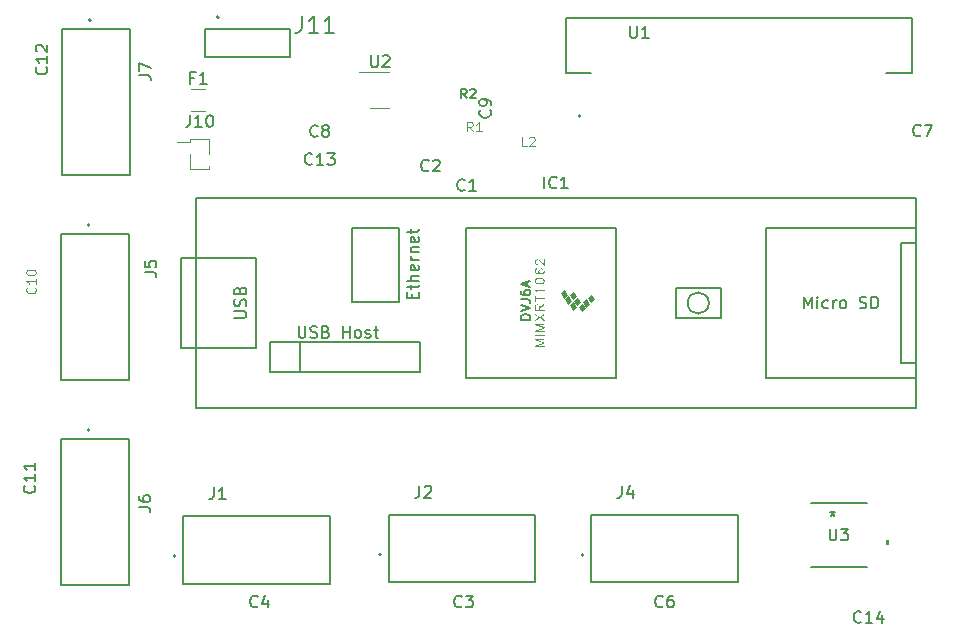
<source format=gbr>
%TF.GenerationSoftware,KiCad,Pcbnew,7.0.7*%
%TF.CreationDate,2024-02-01T19:36:20-05:00*%
%TF.ProjectId,500g Bot Design-2024-01-21,35303067-2042-46f7-9420-44657369676e,rev?*%
%TF.SameCoordinates,Original*%
%TF.FileFunction,Legend,Top*%
%TF.FilePolarity,Positive*%
%FSLAX46Y46*%
G04 Gerber Fmt 4.6, Leading zero omitted, Abs format (unit mm)*
G04 Created by KiCad (PCBNEW 7.0.7) date 2024-02-01 19:36:20*
%MOMM*%
%LPD*%
G01*
G04 APERTURE LIST*
%ADD10C,0.150000*%
%ADD11C,0.200000*%
%ADD12C,0.080000*%
%ADD13C,0.125000*%
%ADD14C,0.100000*%
%ADD15C,0.120000*%
%ADD16C,0.127000*%
%ADD17C,0.152400*%
G04 APERTURE END LIST*
D10*
X97503810Y-92824819D02*
X97503810Y-91824819D01*
X98551428Y-92729580D02*
X98503809Y-92777200D01*
X98503809Y-92777200D02*
X98360952Y-92824819D01*
X98360952Y-92824819D02*
X98265714Y-92824819D01*
X98265714Y-92824819D02*
X98122857Y-92777200D01*
X98122857Y-92777200D02*
X98027619Y-92681961D01*
X98027619Y-92681961D02*
X97980000Y-92586723D01*
X97980000Y-92586723D02*
X97932381Y-92396247D01*
X97932381Y-92396247D02*
X97932381Y-92253390D01*
X97932381Y-92253390D02*
X97980000Y-92062914D01*
X97980000Y-92062914D02*
X98027619Y-91967676D01*
X98027619Y-91967676D02*
X98122857Y-91872438D01*
X98122857Y-91872438D02*
X98265714Y-91824819D01*
X98265714Y-91824819D02*
X98360952Y-91824819D01*
X98360952Y-91824819D02*
X98503809Y-91872438D01*
X98503809Y-91872438D02*
X98551428Y-91920057D01*
X99503809Y-92824819D02*
X98932381Y-92824819D01*
X99218095Y-92824819D02*
X99218095Y-91824819D01*
X99218095Y-91824819D02*
X99122857Y-91967676D01*
X99122857Y-91967676D02*
X99027619Y-92062914D01*
X99027619Y-92062914D02*
X98932381Y-92110533D01*
X71264819Y-103791904D02*
X72074342Y-103791904D01*
X72074342Y-103791904D02*
X72169580Y-103744285D01*
X72169580Y-103744285D02*
X72217200Y-103696666D01*
X72217200Y-103696666D02*
X72264819Y-103601428D01*
X72264819Y-103601428D02*
X72264819Y-103410952D01*
X72264819Y-103410952D02*
X72217200Y-103315714D01*
X72217200Y-103315714D02*
X72169580Y-103268095D01*
X72169580Y-103268095D02*
X72074342Y-103220476D01*
X72074342Y-103220476D02*
X71264819Y-103220476D01*
X72217200Y-102791904D02*
X72264819Y-102649047D01*
X72264819Y-102649047D02*
X72264819Y-102410952D01*
X72264819Y-102410952D02*
X72217200Y-102315714D01*
X72217200Y-102315714D02*
X72169580Y-102268095D01*
X72169580Y-102268095D02*
X72074342Y-102220476D01*
X72074342Y-102220476D02*
X71979104Y-102220476D01*
X71979104Y-102220476D02*
X71883866Y-102268095D01*
X71883866Y-102268095D02*
X71836247Y-102315714D01*
X71836247Y-102315714D02*
X71788628Y-102410952D01*
X71788628Y-102410952D02*
X71741009Y-102601428D01*
X71741009Y-102601428D02*
X71693390Y-102696666D01*
X71693390Y-102696666D02*
X71645771Y-102744285D01*
X71645771Y-102744285D02*
X71550533Y-102791904D01*
X71550533Y-102791904D02*
X71455295Y-102791904D01*
X71455295Y-102791904D02*
X71360057Y-102744285D01*
X71360057Y-102744285D02*
X71312438Y-102696666D01*
X71312438Y-102696666D02*
X71264819Y-102601428D01*
X71264819Y-102601428D02*
X71264819Y-102363333D01*
X71264819Y-102363333D02*
X71312438Y-102220476D01*
X71741009Y-101458571D02*
X71788628Y-101315714D01*
X71788628Y-101315714D02*
X71836247Y-101268095D01*
X71836247Y-101268095D02*
X71931485Y-101220476D01*
X71931485Y-101220476D02*
X72074342Y-101220476D01*
X72074342Y-101220476D02*
X72169580Y-101268095D01*
X72169580Y-101268095D02*
X72217200Y-101315714D01*
X72217200Y-101315714D02*
X72264819Y-101410952D01*
X72264819Y-101410952D02*
X72264819Y-101791904D01*
X72264819Y-101791904D02*
X71264819Y-101791904D01*
X71264819Y-101791904D02*
X71264819Y-101458571D01*
X71264819Y-101458571D02*
X71312438Y-101363333D01*
X71312438Y-101363333D02*
X71360057Y-101315714D01*
X71360057Y-101315714D02*
X71455295Y-101268095D01*
X71455295Y-101268095D02*
X71550533Y-101268095D01*
X71550533Y-101268095D02*
X71645771Y-101315714D01*
X71645771Y-101315714D02*
X71693390Y-101363333D01*
X71693390Y-101363333D02*
X71741009Y-101458571D01*
X71741009Y-101458571D02*
X71741009Y-101791904D01*
X86346009Y-102110543D02*
X86346009Y-101777210D01*
X86869819Y-101634353D02*
X86869819Y-102110543D01*
X86869819Y-102110543D02*
X85869819Y-102110543D01*
X85869819Y-102110543D02*
X85869819Y-101634353D01*
X86203152Y-101348638D02*
X86203152Y-100967686D01*
X85869819Y-101205781D02*
X86726961Y-101205781D01*
X86726961Y-101205781D02*
X86822200Y-101158162D01*
X86822200Y-101158162D02*
X86869819Y-101062924D01*
X86869819Y-101062924D02*
X86869819Y-100967686D01*
X86869819Y-100634352D02*
X85869819Y-100634352D01*
X86869819Y-100205781D02*
X86346009Y-100205781D01*
X86346009Y-100205781D02*
X86250771Y-100253400D01*
X86250771Y-100253400D02*
X86203152Y-100348638D01*
X86203152Y-100348638D02*
X86203152Y-100491495D01*
X86203152Y-100491495D02*
X86250771Y-100586733D01*
X86250771Y-100586733D02*
X86298390Y-100634352D01*
X86822200Y-99348638D02*
X86869819Y-99443876D01*
X86869819Y-99443876D02*
X86869819Y-99634352D01*
X86869819Y-99634352D02*
X86822200Y-99729590D01*
X86822200Y-99729590D02*
X86726961Y-99777209D01*
X86726961Y-99777209D02*
X86346009Y-99777209D01*
X86346009Y-99777209D02*
X86250771Y-99729590D01*
X86250771Y-99729590D02*
X86203152Y-99634352D01*
X86203152Y-99634352D02*
X86203152Y-99443876D01*
X86203152Y-99443876D02*
X86250771Y-99348638D01*
X86250771Y-99348638D02*
X86346009Y-99301019D01*
X86346009Y-99301019D02*
X86441247Y-99301019D01*
X86441247Y-99301019D02*
X86536485Y-99777209D01*
X86869819Y-98872447D02*
X86203152Y-98872447D01*
X86393628Y-98872447D02*
X86298390Y-98824828D01*
X86298390Y-98824828D02*
X86250771Y-98777209D01*
X86250771Y-98777209D02*
X86203152Y-98681971D01*
X86203152Y-98681971D02*
X86203152Y-98586733D01*
X86203152Y-98253399D02*
X86869819Y-98253399D01*
X86298390Y-98253399D02*
X86250771Y-98205780D01*
X86250771Y-98205780D02*
X86203152Y-98110542D01*
X86203152Y-98110542D02*
X86203152Y-97967685D01*
X86203152Y-97967685D02*
X86250771Y-97872447D01*
X86250771Y-97872447D02*
X86346009Y-97824828D01*
X86346009Y-97824828D02*
X86869819Y-97824828D01*
X86822200Y-96967685D02*
X86869819Y-97062923D01*
X86869819Y-97062923D02*
X86869819Y-97253399D01*
X86869819Y-97253399D02*
X86822200Y-97348637D01*
X86822200Y-97348637D02*
X86726961Y-97396256D01*
X86726961Y-97396256D02*
X86346009Y-97396256D01*
X86346009Y-97396256D02*
X86250771Y-97348637D01*
X86250771Y-97348637D02*
X86203152Y-97253399D01*
X86203152Y-97253399D02*
X86203152Y-97062923D01*
X86203152Y-97062923D02*
X86250771Y-96967685D01*
X86250771Y-96967685D02*
X86346009Y-96920066D01*
X86346009Y-96920066D02*
X86441247Y-96920066D01*
X86441247Y-96920066D02*
X86536485Y-97396256D01*
X86203152Y-96634351D02*
X86203152Y-96253399D01*
X85869819Y-96491494D02*
X86726961Y-96491494D01*
X86726961Y-96491494D02*
X86822200Y-96443875D01*
X86822200Y-96443875D02*
X86869819Y-96348637D01*
X86869819Y-96348637D02*
X86869819Y-96253399D01*
X76704676Y-104474019D02*
X76704676Y-105283542D01*
X76704676Y-105283542D02*
X76752295Y-105378780D01*
X76752295Y-105378780D02*
X76799914Y-105426400D01*
X76799914Y-105426400D02*
X76895152Y-105474019D01*
X76895152Y-105474019D02*
X77085628Y-105474019D01*
X77085628Y-105474019D02*
X77180866Y-105426400D01*
X77180866Y-105426400D02*
X77228485Y-105378780D01*
X77228485Y-105378780D02*
X77276104Y-105283542D01*
X77276104Y-105283542D02*
X77276104Y-104474019D01*
X77704676Y-105426400D02*
X77847533Y-105474019D01*
X77847533Y-105474019D02*
X78085628Y-105474019D01*
X78085628Y-105474019D02*
X78180866Y-105426400D01*
X78180866Y-105426400D02*
X78228485Y-105378780D01*
X78228485Y-105378780D02*
X78276104Y-105283542D01*
X78276104Y-105283542D02*
X78276104Y-105188304D01*
X78276104Y-105188304D02*
X78228485Y-105093066D01*
X78228485Y-105093066D02*
X78180866Y-105045447D01*
X78180866Y-105045447D02*
X78085628Y-104997828D01*
X78085628Y-104997828D02*
X77895152Y-104950209D01*
X77895152Y-104950209D02*
X77799914Y-104902590D01*
X77799914Y-104902590D02*
X77752295Y-104854971D01*
X77752295Y-104854971D02*
X77704676Y-104759733D01*
X77704676Y-104759733D02*
X77704676Y-104664495D01*
X77704676Y-104664495D02*
X77752295Y-104569257D01*
X77752295Y-104569257D02*
X77799914Y-104521638D01*
X77799914Y-104521638D02*
X77895152Y-104474019D01*
X77895152Y-104474019D02*
X78133247Y-104474019D01*
X78133247Y-104474019D02*
X78276104Y-104521638D01*
X79038009Y-104950209D02*
X79180866Y-104997828D01*
X79180866Y-104997828D02*
X79228485Y-105045447D01*
X79228485Y-105045447D02*
X79276104Y-105140685D01*
X79276104Y-105140685D02*
X79276104Y-105283542D01*
X79276104Y-105283542D02*
X79228485Y-105378780D01*
X79228485Y-105378780D02*
X79180866Y-105426400D01*
X79180866Y-105426400D02*
X79085628Y-105474019D01*
X79085628Y-105474019D02*
X78704676Y-105474019D01*
X78704676Y-105474019D02*
X78704676Y-104474019D01*
X78704676Y-104474019D02*
X79038009Y-104474019D01*
X79038009Y-104474019D02*
X79133247Y-104521638D01*
X79133247Y-104521638D02*
X79180866Y-104569257D01*
X79180866Y-104569257D02*
X79228485Y-104664495D01*
X79228485Y-104664495D02*
X79228485Y-104759733D01*
X79228485Y-104759733D02*
X79180866Y-104854971D01*
X79180866Y-104854971D02*
X79133247Y-104902590D01*
X79133247Y-104902590D02*
X79038009Y-104950209D01*
X79038009Y-104950209D02*
X78704676Y-104950209D01*
X80466581Y-105474019D02*
X80466581Y-104474019D01*
X80466581Y-104950209D02*
X81038009Y-104950209D01*
X81038009Y-105474019D02*
X81038009Y-104474019D01*
X81657057Y-105474019D02*
X81561819Y-105426400D01*
X81561819Y-105426400D02*
X81514200Y-105378780D01*
X81514200Y-105378780D02*
X81466581Y-105283542D01*
X81466581Y-105283542D02*
X81466581Y-104997828D01*
X81466581Y-104997828D02*
X81514200Y-104902590D01*
X81514200Y-104902590D02*
X81561819Y-104854971D01*
X81561819Y-104854971D02*
X81657057Y-104807352D01*
X81657057Y-104807352D02*
X81799914Y-104807352D01*
X81799914Y-104807352D02*
X81895152Y-104854971D01*
X81895152Y-104854971D02*
X81942771Y-104902590D01*
X81942771Y-104902590D02*
X81990390Y-104997828D01*
X81990390Y-104997828D02*
X81990390Y-105283542D01*
X81990390Y-105283542D02*
X81942771Y-105378780D01*
X81942771Y-105378780D02*
X81895152Y-105426400D01*
X81895152Y-105426400D02*
X81799914Y-105474019D01*
X81799914Y-105474019D02*
X81657057Y-105474019D01*
X82371343Y-105426400D02*
X82466581Y-105474019D01*
X82466581Y-105474019D02*
X82657057Y-105474019D01*
X82657057Y-105474019D02*
X82752295Y-105426400D01*
X82752295Y-105426400D02*
X82799914Y-105331161D01*
X82799914Y-105331161D02*
X82799914Y-105283542D01*
X82799914Y-105283542D02*
X82752295Y-105188304D01*
X82752295Y-105188304D02*
X82657057Y-105140685D01*
X82657057Y-105140685D02*
X82514200Y-105140685D01*
X82514200Y-105140685D02*
X82418962Y-105093066D01*
X82418962Y-105093066D02*
X82371343Y-104997828D01*
X82371343Y-104997828D02*
X82371343Y-104950209D01*
X82371343Y-104950209D02*
X82418962Y-104854971D01*
X82418962Y-104854971D02*
X82514200Y-104807352D01*
X82514200Y-104807352D02*
X82657057Y-104807352D01*
X82657057Y-104807352D02*
X82752295Y-104854971D01*
X83085629Y-104807352D02*
X83466581Y-104807352D01*
X83228486Y-104474019D02*
X83228486Y-105331161D01*
X83228486Y-105331161D02*
X83276105Y-105426400D01*
X83276105Y-105426400D02*
X83371343Y-105474019D01*
X83371343Y-105474019D02*
X83466581Y-105474019D01*
X96302295Y-103930951D02*
X95502295Y-103930951D01*
X95502295Y-103930951D02*
X95502295Y-103740475D01*
X95502295Y-103740475D02*
X95540390Y-103626189D01*
X95540390Y-103626189D02*
X95616580Y-103549999D01*
X95616580Y-103549999D02*
X95692771Y-103511904D01*
X95692771Y-103511904D02*
X95845152Y-103473808D01*
X95845152Y-103473808D02*
X95959438Y-103473808D01*
X95959438Y-103473808D02*
X96111819Y-103511904D01*
X96111819Y-103511904D02*
X96188009Y-103549999D01*
X96188009Y-103549999D02*
X96264200Y-103626189D01*
X96264200Y-103626189D02*
X96302295Y-103740475D01*
X96302295Y-103740475D02*
X96302295Y-103930951D01*
X95502295Y-103245237D02*
X96302295Y-102978570D01*
X96302295Y-102978570D02*
X95502295Y-102711904D01*
X95502295Y-102216666D02*
X96073723Y-102216666D01*
X96073723Y-102216666D02*
X96188009Y-102254761D01*
X96188009Y-102254761D02*
X96264200Y-102330952D01*
X96264200Y-102330952D02*
X96302295Y-102445237D01*
X96302295Y-102445237D02*
X96302295Y-102521428D01*
X95502295Y-101492856D02*
X95502295Y-101645237D01*
X95502295Y-101645237D02*
X95540390Y-101721428D01*
X95540390Y-101721428D02*
X95578485Y-101759523D01*
X95578485Y-101759523D02*
X95692771Y-101835713D01*
X95692771Y-101835713D02*
X95845152Y-101873809D01*
X95845152Y-101873809D02*
X96149914Y-101873809D01*
X96149914Y-101873809D02*
X96226104Y-101835713D01*
X96226104Y-101835713D02*
X96264200Y-101797618D01*
X96264200Y-101797618D02*
X96302295Y-101721428D01*
X96302295Y-101721428D02*
X96302295Y-101569047D01*
X96302295Y-101569047D02*
X96264200Y-101492856D01*
X96264200Y-101492856D02*
X96226104Y-101454761D01*
X96226104Y-101454761D02*
X96149914Y-101416666D01*
X96149914Y-101416666D02*
X95959438Y-101416666D01*
X95959438Y-101416666D02*
X95883247Y-101454761D01*
X95883247Y-101454761D02*
X95845152Y-101492856D01*
X95845152Y-101492856D02*
X95807057Y-101569047D01*
X95807057Y-101569047D02*
X95807057Y-101721428D01*
X95807057Y-101721428D02*
X95845152Y-101797618D01*
X95845152Y-101797618D02*
X95883247Y-101835713D01*
X95883247Y-101835713D02*
X95959438Y-101873809D01*
X96073723Y-101111904D02*
X96073723Y-100730951D01*
X96302295Y-101188094D02*
X95502295Y-100921427D01*
X95502295Y-100921427D02*
X96302295Y-100654761D01*
X119490952Y-102984819D02*
X119490952Y-101984819D01*
X119490952Y-101984819D02*
X119824285Y-102699104D01*
X119824285Y-102699104D02*
X120157618Y-101984819D01*
X120157618Y-101984819D02*
X120157618Y-102984819D01*
X120633809Y-102984819D02*
X120633809Y-102318152D01*
X120633809Y-101984819D02*
X120586190Y-102032438D01*
X120586190Y-102032438D02*
X120633809Y-102080057D01*
X120633809Y-102080057D02*
X120681428Y-102032438D01*
X120681428Y-102032438D02*
X120633809Y-101984819D01*
X120633809Y-101984819D02*
X120633809Y-102080057D01*
X121538570Y-102937200D02*
X121443332Y-102984819D01*
X121443332Y-102984819D02*
X121252856Y-102984819D01*
X121252856Y-102984819D02*
X121157618Y-102937200D01*
X121157618Y-102937200D02*
X121109999Y-102889580D01*
X121109999Y-102889580D02*
X121062380Y-102794342D01*
X121062380Y-102794342D02*
X121062380Y-102508628D01*
X121062380Y-102508628D02*
X121109999Y-102413390D01*
X121109999Y-102413390D02*
X121157618Y-102365771D01*
X121157618Y-102365771D02*
X121252856Y-102318152D01*
X121252856Y-102318152D02*
X121443332Y-102318152D01*
X121443332Y-102318152D02*
X121538570Y-102365771D01*
X121967142Y-102984819D02*
X121967142Y-102318152D01*
X121967142Y-102508628D02*
X122014761Y-102413390D01*
X122014761Y-102413390D02*
X122062380Y-102365771D01*
X122062380Y-102365771D02*
X122157618Y-102318152D01*
X122157618Y-102318152D02*
X122252856Y-102318152D01*
X122729047Y-102984819D02*
X122633809Y-102937200D01*
X122633809Y-102937200D02*
X122586190Y-102889580D01*
X122586190Y-102889580D02*
X122538571Y-102794342D01*
X122538571Y-102794342D02*
X122538571Y-102508628D01*
X122538571Y-102508628D02*
X122586190Y-102413390D01*
X122586190Y-102413390D02*
X122633809Y-102365771D01*
X122633809Y-102365771D02*
X122729047Y-102318152D01*
X122729047Y-102318152D02*
X122871904Y-102318152D01*
X122871904Y-102318152D02*
X122967142Y-102365771D01*
X122967142Y-102365771D02*
X123014761Y-102413390D01*
X123014761Y-102413390D02*
X123062380Y-102508628D01*
X123062380Y-102508628D02*
X123062380Y-102794342D01*
X123062380Y-102794342D02*
X123014761Y-102889580D01*
X123014761Y-102889580D02*
X122967142Y-102937200D01*
X122967142Y-102937200D02*
X122871904Y-102984819D01*
X122871904Y-102984819D02*
X122729047Y-102984819D01*
X124205238Y-102937200D02*
X124348095Y-102984819D01*
X124348095Y-102984819D02*
X124586190Y-102984819D01*
X124586190Y-102984819D02*
X124681428Y-102937200D01*
X124681428Y-102937200D02*
X124729047Y-102889580D01*
X124729047Y-102889580D02*
X124776666Y-102794342D01*
X124776666Y-102794342D02*
X124776666Y-102699104D01*
X124776666Y-102699104D02*
X124729047Y-102603866D01*
X124729047Y-102603866D02*
X124681428Y-102556247D01*
X124681428Y-102556247D02*
X124586190Y-102508628D01*
X124586190Y-102508628D02*
X124395714Y-102461009D01*
X124395714Y-102461009D02*
X124300476Y-102413390D01*
X124300476Y-102413390D02*
X124252857Y-102365771D01*
X124252857Y-102365771D02*
X124205238Y-102270533D01*
X124205238Y-102270533D02*
X124205238Y-102175295D01*
X124205238Y-102175295D02*
X124252857Y-102080057D01*
X124252857Y-102080057D02*
X124300476Y-102032438D01*
X124300476Y-102032438D02*
X124395714Y-101984819D01*
X124395714Y-101984819D02*
X124633809Y-101984819D01*
X124633809Y-101984819D02*
X124776666Y-102032438D01*
X125205238Y-102984819D02*
X125205238Y-101984819D01*
X125205238Y-101984819D02*
X125443333Y-101984819D01*
X125443333Y-101984819D02*
X125586190Y-102032438D01*
X125586190Y-102032438D02*
X125681428Y-102127676D01*
X125681428Y-102127676D02*
X125729047Y-102222914D01*
X125729047Y-102222914D02*
X125776666Y-102413390D01*
X125776666Y-102413390D02*
X125776666Y-102556247D01*
X125776666Y-102556247D02*
X125729047Y-102746723D01*
X125729047Y-102746723D02*
X125681428Y-102841961D01*
X125681428Y-102841961D02*
X125586190Y-102937200D01*
X125586190Y-102937200D02*
X125443333Y-102984819D01*
X125443333Y-102984819D02*
X125205238Y-102984819D01*
D11*
G36*
X97579515Y-105686203D02*
G01*
X97011113Y-105686203D01*
X97554505Y-105882965D01*
X97554505Y-105952330D01*
X97011113Y-106149483D01*
X97554505Y-106149483D01*
X97554505Y-106241904D01*
X96704149Y-106241904D01*
X96704149Y-106161011D01*
X97378454Y-105917550D01*
X96704149Y-105674675D01*
X96704149Y-105593977D01*
X97519138Y-105593977D01*
X97579515Y-105686203D01*
G37*
G36*
X97554505Y-105319448D02*
G01*
X96704149Y-105319448D01*
X96704149Y-105224877D01*
X97554505Y-105224877D01*
X97554505Y-105319448D01*
G37*
G36*
X97579515Y-104396601D02*
G01*
X97011113Y-104396601D01*
X97554505Y-104593363D01*
X97554505Y-104662728D01*
X97011113Y-104859881D01*
X97554505Y-104859881D01*
X97554505Y-104952302D01*
X96704149Y-104952302D01*
X96704149Y-104871409D01*
X97378454Y-104627948D01*
X96704149Y-104385072D01*
X96704149Y-104304375D01*
X97519138Y-104304375D01*
X97579515Y-104396601D01*
G37*
G36*
X97554114Y-103527487D02*
G01*
X97211588Y-103748869D01*
X97554505Y-103969273D01*
X97512886Y-104048408D01*
X97130304Y-103803970D01*
X96744205Y-104048408D01*
X96704149Y-103969273D01*
X97046675Y-103748869D01*
X96704149Y-103527487D01*
X96745182Y-103449915D01*
X97127568Y-103693377D01*
X97511127Y-103449525D01*
X97554114Y-103527487D01*
G37*
G36*
X97557826Y-102688464D02*
G01*
X97166842Y-102932902D01*
X97166842Y-103102309D01*
X97554505Y-103102309D01*
X97554505Y-103192972D01*
X96704149Y-103192972D01*
X96704149Y-103102309D01*
X96804191Y-103102309D01*
X97066801Y-103102309D01*
X97066801Y-102847320D01*
X97023032Y-102762128D01*
X97027917Y-102741220D01*
X96958357Y-102714842D01*
X96906968Y-102714842D01*
X96849913Y-102741220D01*
X96834281Y-102762128D01*
X96804191Y-102847320D01*
X96804191Y-103102309D01*
X96704149Y-103102309D01*
X96704149Y-102833056D01*
X96747331Y-102713084D01*
X96795593Y-102665407D01*
X96884693Y-102623007D01*
X96978678Y-102623007D01*
X97067191Y-102665407D01*
X97076766Y-102713084D01*
X97154728Y-102826412D01*
X97512300Y-102609329D01*
X97557826Y-102688464D01*
G37*
G36*
X96804191Y-102140383D02*
G01*
X97554505Y-102140383D01*
X97554505Y-102231046D01*
X96804191Y-102231046D01*
X96804191Y-102461220D01*
X96704149Y-102461220D01*
X96704149Y-101909622D01*
X96804191Y-101909622D01*
X96804191Y-102140383D01*
G37*
G36*
X97554505Y-101490111D02*
G01*
X96865545Y-101490111D01*
X96895049Y-101511604D01*
X96953081Y-101598945D01*
X96873165Y-101637438D01*
X96820995Y-101557717D01*
X96704149Y-101468031D01*
X96704149Y-101413712D01*
X97554505Y-101413712D01*
X97554505Y-101490111D01*
G37*
G36*
X97378845Y-100411925D02*
G01*
X97507415Y-100494968D01*
X97554505Y-100619825D01*
X97554505Y-100702086D01*
X97510736Y-100826943D01*
X97380799Y-100909399D01*
X97186968Y-100945547D01*
X97068950Y-100945547D01*
X96876682Y-100909204D01*
X96747722Y-100826747D01*
X96704149Y-100702086D01*
X96704149Y-100634089D01*
X96793249Y-100634089D01*
X96804191Y-100687822D01*
X96830960Y-100768129D01*
X96912244Y-100822449D01*
X97070709Y-100854298D01*
X97162935Y-100854298D01*
X97331951Y-100822449D01*
X97424177Y-100768129D01*
X97454463Y-100687822D01*
X97454463Y-100633893D01*
X97421637Y-100553195D01*
X97366535Y-100499462D01*
X97195956Y-100467026D01*
X97100213Y-100467026D01*
X96909117Y-100499462D01*
X96819822Y-100553195D01*
X96793249Y-100634089D01*
X96704149Y-100634089D01*
X96704149Y-100619629D01*
X96749090Y-100494968D01*
X96877659Y-100411925D01*
X97069341Y-100376363D01*
X97186968Y-100376363D01*
X97378845Y-100411925D01*
G37*
G36*
X97421637Y-99614130D02*
G01*
X97508978Y-99697759D01*
X97554505Y-99815777D01*
X97554505Y-99864235D01*
X97512495Y-99982449D01*
X97423591Y-100067054D01*
X97261413Y-100104961D01*
X97070904Y-100104961D01*
X96880981Y-100069790D01*
X96795984Y-100029734D01*
X96747331Y-99982449D01*
X96704149Y-99864235D01*
X96704149Y-99782365D01*
X96748308Y-99655359D01*
X96871211Y-99598303D01*
X96919864Y-99676266D01*
X96830374Y-99720230D01*
X96804191Y-99796629D01*
X96794226Y-99849971D01*
X96823730Y-99933991D01*
X96846787Y-99954312D01*
X96907750Y-99982253D01*
X97063870Y-100011953D01*
X97033193Y-99982253D01*
X96991769Y-99864040D01*
X96991769Y-99830236D01*
X97080674Y-99830236D01*
X97091811Y-99849971D01*
X97120925Y-99934577D01*
X97174854Y-99986747D01*
X97257505Y-100013126D01*
X97372397Y-99985575D01*
X97425935Y-99933991D01*
X97454463Y-99849971D01*
X97476542Y-99830236D01*
X97447233Y-99746022D01*
X97382753Y-99693851D01*
X97282321Y-99665324D01*
X97262195Y-99665324D01*
X97175440Y-99693265D01*
X97106270Y-99746022D01*
X97080674Y-99830236D01*
X96991769Y-99830236D01*
X96991769Y-99815777D01*
X97033193Y-99697759D01*
X97121120Y-99614130D01*
X97245782Y-99575247D01*
X97296389Y-99575247D01*
X97421637Y-99614130D01*
G37*
G36*
X97554505Y-99409943D02*
G01*
X97117408Y-98993167D01*
X97016193Y-98928883D01*
X96956598Y-98900355D01*
X96907359Y-98900355D01*
X96867108Y-98927320D01*
X96832523Y-98950962D01*
X96804191Y-99003133D01*
X96804191Y-99118024D01*
X96827052Y-99169804D01*
X96834477Y-99193837D01*
X96897198Y-99220802D01*
X96971057Y-99220802D01*
X96971057Y-99311465D01*
X96884693Y-99311465D01*
X96796180Y-99270236D01*
X96749480Y-99224710D01*
X96704149Y-99140104D01*
X96704149Y-98981248D01*
X96749480Y-98896056D01*
X96795789Y-98850920D01*
X96884693Y-98809301D01*
X96978482Y-98809301D01*
X97062307Y-98849357D01*
X97175244Y-98922435D01*
X97454463Y-99190516D01*
X97454463Y-98782923D01*
X97554505Y-98782923D01*
X97554505Y-99409943D01*
G37*
D10*
X67865666Y-83455009D02*
X67532333Y-83455009D01*
X67532333Y-83978819D02*
X67532333Y-82978819D01*
X67532333Y-82978819D02*
X68008523Y-82978819D01*
X68913285Y-83978819D02*
X68341857Y-83978819D01*
X68627571Y-83978819D02*
X68627571Y-82978819D01*
X68627571Y-82978819D02*
X68532333Y-83121676D01*
X68532333Y-83121676D02*
X68437095Y-83216914D01*
X68437095Y-83216914D02*
X68341857Y-83264533D01*
X54334580Y-117990857D02*
X54382200Y-118038476D01*
X54382200Y-118038476D02*
X54429819Y-118181333D01*
X54429819Y-118181333D02*
X54429819Y-118276571D01*
X54429819Y-118276571D02*
X54382200Y-118419428D01*
X54382200Y-118419428D02*
X54286961Y-118514666D01*
X54286961Y-118514666D02*
X54191723Y-118562285D01*
X54191723Y-118562285D02*
X54001247Y-118609904D01*
X54001247Y-118609904D02*
X53858390Y-118609904D01*
X53858390Y-118609904D02*
X53667914Y-118562285D01*
X53667914Y-118562285D02*
X53572676Y-118514666D01*
X53572676Y-118514666D02*
X53477438Y-118419428D01*
X53477438Y-118419428D02*
X53429819Y-118276571D01*
X53429819Y-118276571D02*
X53429819Y-118181333D01*
X53429819Y-118181333D02*
X53477438Y-118038476D01*
X53477438Y-118038476D02*
X53525057Y-117990857D01*
X54429819Y-117038476D02*
X54429819Y-117609904D01*
X54429819Y-117324190D02*
X53429819Y-117324190D01*
X53429819Y-117324190D02*
X53572676Y-117419428D01*
X53572676Y-117419428D02*
X53667914Y-117514666D01*
X53667914Y-117514666D02*
X53715533Y-117609904D01*
X54429819Y-116086095D02*
X54429819Y-116657523D01*
X54429819Y-116371809D02*
X53429819Y-116371809D01*
X53429819Y-116371809D02*
X53572676Y-116467047D01*
X53572676Y-116467047D02*
X53667914Y-116562285D01*
X53667914Y-116562285D02*
X53715533Y-116657523D01*
D12*
X96005666Y-89265935D02*
X95624714Y-89265935D01*
X95624714Y-89265935D02*
X95624714Y-88465935D01*
X96234237Y-88542125D02*
X96272333Y-88504030D01*
X96272333Y-88504030D02*
X96348523Y-88465935D01*
X96348523Y-88465935D02*
X96538999Y-88465935D01*
X96538999Y-88465935D02*
X96615190Y-88504030D01*
X96615190Y-88504030D02*
X96653285Y-88542125D01*
X96653285Y-88542125D02*
X96691380Y-88618316D01*
X96691380Y-88618316D02*
X96691380Y-88694506D01*
X96691380Y-88694506D02*
X96653285Y-88808792D01*
X96653285Y-88808792D02*
X96196142Y-89265935D01*
X96196142Y-89265935D02*
X96691380Y-89265935D01*
D10*
X55350580Y-82557857D02*
X55398200Y-82605476D01*
X55398200Y-82605476D02*
X55445819Y-82748333D01*
X55445819Y-82748333D02*
X55445819Y-82843571D01*
X55445819Y-82843571D02*
X55398200Y-82986428D01*
X55398200Y-82986428D02*
X55302961Y-83081666D01*
X55302961Y-83081666D02*
X55207723Y-83129285D01*
X55207723Y-83129285D02*
X55017247Y-83176904D01*
X55017247Y-83176904D02*
X54874390Y-83176904D01*
X54874390Y-83176904D02*
X54683914Y-83129285D01*
X54683914Y-83129285D02*
X54588676Y-83081666D01*
X54588676Y-83081666D02*
X54493438Y-82986428D01*
X54493438Y-82986428D02*
X54445819Y-82843571D01*
X54445819Y-82843571D02*
X54445819Y-82748333D01*
X54445819Y-82748333D02*
X54493438Y-82605476D01*
X54493438Y-82605476D02*
X54541057Y-82557857D01*
X55445819Y-81605476D02*
X55445819Y-82176904D01*
X55445819Y-81891190D02*
X54445819Y-81891190D01*
X54445819Y-81891190D02*
X54588676Y-81986428D01*
X54588676Y-81986428D02*
X54683914Y-82081666D01*
X54683914Y-82081666D02*
X54731533Y-82176904D01*
X54541057Y-81224523D02*
X54493438Y-81176904D01*
X54493438Y-81176904D02*
X54445819Y-81081666D01*
X54445819Y-81081666D02*
X54445819Y-80843571D01*
X54445819Y-80843571D02*
X54493438Y-80748333D01*
X54493438Y-80748333D02*
X54541057Y-80700714D01*
X54541057Y-80700714D02*
X54636295Y-80653095D01*
X54636295Y-80653095D02*
X54731533Y-80653095D01*
X54731533Y-80653095D02*
X54874390Y-80700714D01*
X54874390Y-80700714D02*
X55445819Y-81272142D01*
X55445819Y-81272142D02*
X55445819Y-80653095D01*
X73239333Y-128214580D02*
X73191714Y-128262200D01*
X73191714Y-128262200D02*
X73048857Y-128309819D01*
X73048857Y-128309819D02*
X72953619Y-128309819D01*
X72953619Y-128309819D02*
X72810762Y-128262200D01*
X72810762Y-128262200D02*
X72715524Y-128166961D01*
X72715524Y-128166961D02*
X72667905Y-128071723D01*
X72667905Y-128071723D02*
X72620286Y-127881247D01*
X72620286Y-127881247D02*
X72620286Y-127738390D01*
X72620286Y-127738390D02*
X72667905Y-127547914D01*
X72667905Y-127547914D02*
X72715524Y-127452676D01*
X72715524Y-127452676D02*
X72810762Y-127357438D01*
X72810762Y-127357438D02*
X72953619Y-127309819D01*
X72953619Y-127309819D02*
X73048857Y-127309819D01*
X73048857Y-127309819D02*
X73191714Y-127357438D01*
X73191714Y-127357438D02*
X73239333Y-127405057D01*
X74096476Y-127643152D02*
X74096476Y-128309819D01*
X73858381Y-127262200D02*
X73620286Y-127976485D01*
X73620286Y-127976485D02*
X74239333Y-127976485D01*
X104087666Y-118011819D02*
X104087666Y-118726104D01*
X104087666Y-118726104D02*
X104040047Y-118868961D01*
X104040047Y-118868961D02*
X103944809Y-118964200D01*
X103944809Y-118964200D02*
X103801952Y-119011819D01*
X103801952Y-119011819D02*
X103706714Y-119011819D01*
X104992428Y-118345152D02*
X104992428Y-119011819D01*
X104754333Y-117964200D02*
X104516238Y-118678485D01*
X104516238Y-118678485D02*
X105135285Y-118678485D01*
X78319333Y-88359580D02*
X78271714Y-88407200D01*
X78271714Y-88407200D02*
X78128857Y-88454819D01*
X78128857Y-88454819D02*
X78033619Y-88454819D01*
X78033619Y-88454819D02*
X77890762Y-88407200D01*
X77890762Y-88407200D02*
X77795524Y-88311961D01*
X77795524Y-88311961D02*
X77747905Y-88216723D01*
X77747905Y-88216723D02*
X77700286Y-88026247D01*
X77700286Y-88026247D02*
X77700286Y-87883390D01*
X77700286Y-87883390D02*
X77747905Y-87692914D01*
X77747905Y-87692914D02*
X77795524Y-87597676D01*
X77795524Y-87597676D02*
X77890762Y-87502438D01*
X77890762Y-87502438D02*
X78033619Y-87454819D01*
X78033619Y-87454819D02*
X78128857Y-87454819D01*
X78128857Y-87454819D02*
X78271714Y-87502438D01*
X78271714Y-87502438D02*
X78319333Y-87550057D01*
X78890762Y-87883390D02*
X78795524Y-87835771D01*
X78795524Y-87835771D02*
X78747905Y-87788152D01*
X78747905Y-87788152D02*
X78700286Y-87692914D01*
X78700286Y-87692914D02*
X78700286Y-87645295D01*
X78700286Y-87645295D02*
X78747905Y-87550057D01*
X78747905Y-87550057D02*
X78795524Y-87502438D01*
X78795524Y-87502438D02*
X78890762Y-87454819D01*
X78890762Y-87454819D02*
X79081238Y-87454819D01*
X79081238Y-87454819D02*
X79176476Y-87502438D01*
X79176476Y-87502438D02*
X79224095Y-87550057D01*
X79224095Y-87550057D02*
X79271714Y-87645295D01*
X79271714Y-87645295D02*
X79271714Y-87692914D01*
X79271714Y-87692914D02*
X79224095Y-87788152D01*
X79224095Y-87788152D02*
X79176476Y-87835771D01*
X79176476Y-87835771D02*
X79081238Y-87883390D01*
X79081238Y-87883390D02*
X78890762Y-87883390D01*
X78890762Y-87883390D02*
X78795524Y-87931009D01*
X78795524Y-87931009D02*
X78747905Y-87978628D01*
X78747905Y-87978628D02*
X78700286Y-88073866D01*
X78700286Y-88073866D02*
X78700286Y-88264342D01*
X78700286Y-88264342D02*
X78747905Y-88359580D01*
X78747905Y-88359580D02*
X78795524Y-88407200D01*
X78795524Y-88407200D02*
X78890762Y-88454819D01*
X78890762Y-88454819D02*
X79081238Y-88454819D01*
X79081238Y-88454819D02*
X79176476Y-88407200D01*
X79176476Y-88407200D02*
X79224095Y-88359580D01*
X79224095Y-88359580D02*
X79271714Y-88264342D01*
X79271714Y-88264342D02*
X79271714Y-88073866D01*
X79271714Y-88073866D02*
X79224095Y-87978628D01*
X79224095Y-87978628D02*
X79176476Y-87931009D01*
X79176476Y-87931009D02*
X79081238Y-87883390D01*
X69543666Y-118138819D02*
X69543666Y-118853104D01*
X69543666Y-118853104D02*
X69496047Y-118995961D01*
X69496047Y-118995961D02*
X69400809Y-119091200D01*
X69400809Y-119091200D02*
X69257952Y-119138819D01*
X69257952Y-119138819D02*
X69162714Y-119138819D01*
X70543666Y-119138819D02*
X69972238Y-119138819D01*
X70257952Y-119138819D02*
X70257952Y-118138819D01*
X70257952Y-118138819D02*
X70162714Y-118281676D01*
X70162714Y-118281676D02*
X70067476Y-118376914D01*
X70067476Y-118376914D02*
X69972238Y-118424533D01*
X107529333Y-128214580D02*
X107481714Y-128262200D01*
X107481714Y-128262200D02*
X107338857Y-128309819D01*
X107338857Y-128309819D02*
X107243619Y-128309819D01*
X107243619Y-128309819D02*
X107100762Y-128262200D01*
X107100762Y-128262200D02*
X107005524Y-128166961D01*
X107005524Y-128166961D02*
X106957905Y-128071723D01*
X106957905Y-128071723D02*
X106910286Y-127881247D01*
X106910286Y-127881247D02*
X106910286Y-127738390D01*
X106910286Y-127738390D02*
X106957905Y-127547914D01*
X106957905Y-127547914D02*
X107005524Y-127452676D01*
X107005524Y-127452676D02*
X107100762Y-127357438D01*
X107100762Y-127357438D02*
X107243619Y-127309819D01*
X107243619Y-127309819D02*
X107338857Y-127309819D01*
X107338857Y-127309819D02*
X107481714Y-127357438D01*
X107481714Y-127357438D02*
X107529333Y-127405057D01*
X108386476Y-127309819D02*
X108196000Y-127309819D01*
X108196000Y-127309819D02*
X108100762Y-127357438D01*
X108100762Y-127357438D02*
X108053143Y-127405057D01*
X108053143Y-127405057D02*
X107957905Y-127547914D01*
X107957905Y-127547914D02*
X107910286Y-127738390D01*
X107910286Y-127738390D02*
X107910286Y-128119342D01*
X107910286Y-128119342D02*
X107957905Y-128214580D01*
X107957905Y-128214580D02*
X108005524Y-128262200D01*
X108005524Y-128262200D02*
X108100762Y-128309819D01*
X108100762Y-128309819D02*
X108291238Y-128309819D01*
X108291238Y-128309819D02*
X108386476Y-128262200D01*
X108386476Y-128262200D02*
X108434095Y-128214580D01*
X108434095Y-128214580D02*
X108481714Y-128119342D01*
X108481714Y-128119342D02*
X108481714Y-127881247D01*
X108481714Y-127881247D02*
X108434095Y-127786009D01*
X108434095Y-127786009D02*
X108386476Y-127738390D01*
X108386476Y-127738390D02*
X108291238Y-127690771D01*
X108291238Y-127690771D02*
X108100762Y-127690771D01*
X108100762Y-127690771D02*
X108005524Y-127738390D01*
X108005524Y-127738390D02*
X107957905Y-127786009D01*
X107957905Y-127786009D02*
X107910286Y-127881247D01*
X90925667Y-85198295D02*
X90659000Y-84817342D01*
X90468524Y-85198295D02*
X90468524Y-84398295D01*
X90468524Y-84398295D02*
X90773286Y-84398295D01*
X90773286Y-84398295D02*
X90849476Y-84436390D01*
X90849476Y-84436390D02*
X90887571Y-84474485D01*
X90887571Y-84474485D02*
X90925667Y-84550676D01*
X90925667Y-84550676D02*
X90925667Y-84664961D01*
X90925667Y-84664961D02*
X90887571Y-84741152D01*
X90887571Y-84741152D02*
X90849476Y-84779247D01*
X90849476Y-84779247D02*
X90773286Y-84817342D01*
X90773286Y-84817342D02*
X90468524Y-84817342D01*
X91230428Y-84474485D02*
X91268524Y-84436390D01*
X91268524Y-84436390D02*
X91344714Y-84398295D01*
X91344714Y-84398295D02*
X91535190Y-84398295D01*
X91535190Y-84398295D02*
X91611381Y-84436390D01*
X91611381Y-84436390D02*
X91649476Y-84474485D01*
X91649476Y-84474485D02*
X91687571Y-84550676D01*
X91687571Y-84550676D02*
X91687571Y-84626866D01*
X91687571Y-84626866D02*
X91649476Y-84741152D01*
X91649476Y-84741152D02*
X91192333Y-85198295D01*
X91192333Y-85198295D02*
X91687571Y-85198295D01*
X87717333Y-91291580D02*
X87669714Y-91339200D01*
X87669714Y-91339200D02*
X87526857Y-91386819D01*
X87526857Y-91386819D02*
X87431619Y-91386819D01*
X87431619Y-91386819D02*
X87288762Y-91339200D01*
X87288762Y-91339200D02*
X87193524Y-91243961D01*
X87193524Y-91243961D02*
X87145905Y-91148723D01*
X87145905Y-91148723D02*
X87098286Y-90958247D01*
X87098286Y-90958247D02*
X87098286Y-90815390D01*
X87098286Y-90815390D02*
X87145905Y-90624914D01*
X87145905Y-90624914D02*
X87193524Y-90529676D01*
X87193524Y-90529676D02*
X87288762Y-90434438D01*
X87288762Y-90434438D02*
X87431619Y-90386819D01*
X87431619Y-90386819D02*
X87526857Y-90386819D01*
X87526857Y-90386819D02*
X87669714Y-90434438D01*
X87669714Y-90434438D02*
X87717333Y-90482057D01*
X88098286Y-90482057D02*
X88145905Y-90434438D01*
X88145905Y-90434438D02*
X88241143Y-90386819D01*
X88241143Y-90386819D02*
X88479238Y-90386819D01*
X88479238Y-90386819D02*
X88574476Y-90434438D01*
X88574476Y-90434438D02*
X88622095Y-90482057D01*
X88622095Y-90482057D02*
X88669714Y-90577295D01*
X88669714Y-90577295D02*
X88669714Y-90672533D01*
X88669714Y-90672533D02*
X88622095Y-90815390D01*
X88622095Y-90815390D02*
X88050667Y-91386819D01*
X88050667Y-91386819D02*
X88669714Y-91386819D01*
X77843142Y-90749580D02*
X77795523Y-90797200D01*
X77795523Y-90797200D02*
X77652666Y-90844819D01*
X77652666Y-90844819D02*
X77557428Y-90844819D01*
X77557428Y-90844819D02*
X77414571Y-90797200D01*
X77414571Y-90797200D02*
X77319333Y-90701961D01*
X77319333Y-90701961D02*
X77271714Y-90606723D01*
X77271714Y-90606723D02*
X77224095Y-90416247D01*
X77224095Y-90416247D02*
X77224095Y-90273390D01*
X77224095Y-90273390D02*
X77271714Y-90082914D01*
X77271714Y-90082914D02*
X77319333Y-89987676D01*
X77319333Y-89987676D02*
X77414571Y-89892438D01*
X77414571Y-89892438D02*
X77557428Y-89844819D01*
X77557428Y-89844819D02*
X77652666Y-89844819D01*
X77652666Y-89844819D02*
X77795523Y-89892438D01*
X77795523Y-89892438D02*
X77843142Y-89940057D01*
X78795523Y-90844819D02*
X78224095Y-90844819D01*
X78509809Y-90844819D02*
X78509809Y-89844819D01*
X78509809Y-89844819D02*
X78414571Y-89987676D01*
X78414571Y-89987676D02*
X78319333Y-90082914D01*
X78319333Y-90082914D02*
X78224095Y-90130533D01*
X79128857Y-89844819D02*
X79747904Y-89844819D01*
X79747904Y-89844819D02*
X79414571Y-90225771D01*
X79414571Y-90225771D02*
X79557428Y-90225771D01*
X79557428Y-90225771D02*
X79652666Y-90273390D01*
X79652666Y-90273390D02*
X79700285Y-90321009D01*
X79700285Y-90321009D02*
X79747904Y-90416247D01*
X79747904Y-90416247D02*
X79747904Y-90654342D01*
X79747904Y-90654342D02*
X79700285Y-90749580D01*
X79700285Y-90749580D02*
X79652666Y-90797200D01*
X79652666Y-90797200D02*
X79557428Y-90844819D01*
X79557428Y-90844819D02*
X79271714Y-90844819D01*
X79271714Y-90844819D02*
X79176476Y-90797200D01*
X79176476Y-90797200D02*
X79128857Y-90749580D01*
X86942666Y-118011819D02*
X86942666Y-118726104D01*
X86942666Y-118726104D02*
X86895047Y-118868961D01*
X86895047Y-118868961D02*
X86799809Y-118964200D01*
X86799809Y-118964200D02*
X86656952Y-119011819D01*
X86656952Y-119011819D02*
X86561714Y-119011819D01*
X87371238Y-118107057D02*
X87418857Y-118059438D01*
X87418857Y-118059438D02*
X87514095Y-118011819D01*
X87514095Y-118011819D02*
X87752190Y-118011819D01*
X87752190Y-118011819D02*
X87847428Y-118059438D01*
X87847428Y-118059438D02*
X87895047Y-118107057D01*
X87895047Y-118107057D02*
X87942666Y-118202295D01*
X87942666Y-118202295D02*
X87942666Y-118297533D01*
X87942666Y-118297533D02*
X87895047Y-118440390D01*
X87895047Y-118440390D02*
X87323619Y-119011819D01*
X87323619Y-119011819D02*
X87942666Y-119011819D01*
X67516476Y-86620819D02*
X67516476Y-87335104D01*
X67516476Y-87335104D02*
X67468857Y-87477961D01*
X67468857Y-87477961D02*
X67373619Y-87573200D01*
X67373619Y-87573200D02*
X67230762Y-87620819D01*
X67230762Y-87620819D02*
X67135524Y-87620819D01*
X68516476Y-87620819D02*
X67945048Y-87620819D01*
X68230762Y-87620819D02*
X68230762Y-86620819D01*
X68230762Y-86620819D02*
X68135524Y-86763676D01*
X68135524Y-86763676D02*
X68040286Y-86858914D01*
X68040286Y-86858914D02*
X67945048Y-86906533D01*
X69135524Y-86620819D02*
X69230762Y-86620819D01*
X69230762Y-86620819D02*
X69326000Y-86668438D01*
X69326000Y-86668438D02*
X69373619Y-86716057D01*
X69373619Y-86716057D02*
X69421238Y-86811295D01*
X69421238Y-86811295D02*
X69468857Y-87001771D01*
X69468857Y-87001771D02*
X69468857Y-87239866D01*
X69468857Y-87239866D02*
X69421238Y-87430342D01*
X69421238Y-87430342D02*
X69373619Y-87525580D01*
X69373619Y-87525580D02*
X69326000Y-87573200D01*
X69326000Y-87573200D02*
X69230762Y-87620819D01*
X69230762Y-87620819D02*
X69135524Y-87620819D01*
X69135524Y-87620819D02*
X69040286Y-87573200D01*
X69040286Y-87573200D02*
X68992667Y-87525580D01*
X68992667Y-87525580D02*
X68945048Y-87430342D01*
X68945048Y-87430342D02*
X68897429Y-87239866D01*
X68897429Y-87239866D02*
X68897429Y-87001771D01*
X68897429Y-87001771D02*
X68945048Y-86811295D01*
X68945048Y-86811295D02*
X68992667Y-86716057D01*
X68992667Y-86716057D02*
X69040286Y-86668438D01*
X69040286Y-86668438D02*
X69135524Y-86620819D01*
X124325142Y-129518580D02*
X124277523Y-129566200D01*
X124277523Y-129566200D02*
X124134666Y-129613819D01*
X124134666Y-129613819D02*
X124039428Y-129613819D01*
X124039428Y-129613819D02*
X123896571Y-129566200D01*
X123896571Y-129566200D02*
X123801333Y-129470961D01*
X123801333Y-129470961D02*
X123753714Y-129375723D01*
X123753714Y-129375723D02*
X123706095Y-129185247D01*
X123706095Y-129185247D02*
X123706095Y-129042390D01*
X123706095Y-129042390D02*
X123753714Y-128851914D01*
X123753714Y-128851914D02*
X123801333Y-128756676D01*
X123801333Y-128756676D02*
X123896571Y-128661438D01*
X123896571Y-128661438D02*
X124039428Y-128613819D01*
X124039428Y-128613819D02*
X124134666Y-128613819D01*
X124134666Y-128613819D02*
X124277523Y-128661438D01*
X124277523Y-128661438D02*
X124325142Y-128709057D01*
X125277523Y-129613819D02*
X124706095Y-129613819D01*
X124991809Y-129613819D02*
X124991809Y-128613819D01*
X124991809Y-128613819D02*
X124896571Y-128756676D01*
X124896571Y-128756676D02*
X124801333Y-128851914D01*
X124801333Y-128851914D02*
X124706095Y-128899533D01*
X126134666Y-128947152D02*
X126134666Y-129613819D01*
X125896571Y-128566200D02*
X125658476Y-129280485D01*
X125658476Y-129280485D02*
X126277523Y-129280485D01*
X63157819Y-119807533D02*
X63872104Y-119807533D01*
X63872104Y-119807533D02*
X64014961Y-119855152D01*
X64014961Y-119855152D02*
X64110200Y-119950390D01*
X64110200Y-119950390D02*
X64157819Y-120093247D01*
X64157819Y-120093247D02*
X64157819Y-120188485D01*
X63157819Y-118902771D02*
X63157819Y-119093247D01*
X63157819Y-119093247D02*
X63205438Y-119188485D01*
X63205438Y-119188485D02*
X63253057Y-119236104D01*
X63253057Y-119236104D02*
X63395914Y-119331342D01*
X63395914Y-119331342D02*
X63586390Y-119378961D01*
X63586390Y-119378961D02*
X63967342Y-119378961D01*
X63967342Y-119378961D02*
X64062580Y-119331342D01*
X64062580Y-119331342D02*
X64110200Y-119283723D01*
X64110200Y-119283723D02*
X64157819Y-119188485D01*
X64157819Y-119188485D02*
X64157819Y-118998009D01*
X64157819Y-118998009D02*
X64110200Y-118902771D01*
X64110200Y-118902771D02*
X64062580Y-118855152D01*
X64062580Y-118855152D02*
X63967342Y-118807533D01*
X63967342Y-118807533D02*
X63729247Y-118807533D01*
X63729247Y-118807533D02*
X63634009Y-118855152D01*
X63634009Y-118855152D02*
X63586390Y-118902771D01*
X63586390Y-118902771D02*
X63538771Y-118998009D01*
X63538771Y-118998009D02*
X63538771Y-119188485D01*
X63538771Y-119188485D02*
X63586390Y-119283723D01*
X63586390Y-119283723D02*
X63634009Y-119331342D01*
X63634009Y-119331342D02*
X63729247Y-119378961D01*
X63667819Y-99939433D02*
X64382104Y-99939433D01*
X64382104Y-99939433D02*
X64524961Y-99987052D01*
X64524961Y-99987052D02*
X64620200Y-100082290D01*
X64620200Y-100082290D02*
X64667819Y-100225147D01*
X64667819Y-100225147D02*
X64667819Y-100320385D01*
X63667819Y-98987052D02*
X63667819Y-99463242D01*
X63667819Y-99463242D02*
X64144009Y-99510861D01*
X64144009Y-99510861D02*
X64096390Y-99463242D01*
X64096390Y-99463242D02*
X64048771Y-99368004D01*
X64048771Y-99368004D02*
X64048771Y-99129909D01*
X64048771Y-99129909D02*
X64096390Y-99034671D01*
X64096390Y-99034671D02*
X64144009Y-98987052D01*
X64144009Y-98987052D02*
X64239247Y-98939433D01*
X64239247Y-98939433D02*
X64477342Y-98939433D01*
X64477342Y-98939433D02*
X64572580Y-98987052D01*
X64572580Y-98987052D02*
X64620200Y-99034671D01*
X64620200Y-99034671D02*
X64667819Y-99129909D01*
X64667819Y-99129909D02*
X64667819Y-99368004D01*
X64667819Y-99368004D02*
X64620200Y-99463242D01*
X64620200Y-99463242D02*
X64572580Y-99510861D01*
X90511333Y-128214580D02*
X90463714Y-128262200D01*
X90463714Y-128262200D02*
X90320857Y-128309819D01*
X90320857Y-128309819D02*
X90225619Y-128309819D01*
X90225619Y-128309819D02*
X90082762Y-128262200D01*
X90082762Y-128262200D02*
X89987524Y-128166961D01*
X89987524Y-128166961D02*
X89939905Y-128071723D01*
X89939905Y-128071723D02*
X89892286Y-127881247D01*
X89892286Y-127881247D02*
X89892286Y-127738390D01*
X89892286Y-127738390D02*
X89939905Y-127547914D01*
X89939905Y-127547914D02*
X89987524Y-127452676D01*
X89987524Y-127452676D02*
X90082762Y-127357438D01*
X90082762Y-127357438D02*
X90225619Y-127309819D01*
X90225619Y-127309819D02*
X90320857Y-127309819D01*
X90320857Y-127309819D02*
X90463714Y-127357438D01*
X90463714Y-127357438D02*
X90511333Y-127405057D01*
X90844667Y-127309819D02*
X91463714Y-127309819D01*
X91463714Y-127309819D02*
X91130381Y-127690771D01*
X91130381Y-127690771D02*
X91273238Y-127690771D01*
X91273238Y-127690771D02*
X91368476Y-127738390D01*
X91368476Y-127738390D02*
X91416095Y-127786009D01*
X91416095Y-127786009D02*
X91463714Y-127881247D01*
X91463714Y-127881247D02*
X91463714Y-128119342D01*
X91463714Y-128119342D02*
X91416095Y-128214580D01*
X91416095Y-128214580D02*
X91368476Y-128262200D01*
X91368476Y-128262200D02*
X91273238Y-128309819D01*
X91273238Y-128309819D02*
X90987524Y-128309819D01*
X90987524Y-128309819D02*
X90892286Y-128262200D01*
X90892286Y-128262200D02*
X90844667Y-128214580D01*
X104775095Y-79083819D02*
X104775095Y-79893342D01*
X104775095Y-79893342D02*
X104822714Y-79988580D01*
X104822714Y-79988580D02*
X104870333Y-80036200D01*
X104870333Y-80036200D02*
X104965571Y-80083819D01*
X104965571Y-80083819D02*
X105156047Y-80083819D01*
X105156047Y-80083819D02*
X105251285Y-80036200D01*
X105251285Y-80036200D02*
X105298904Y-79988580D01*
X105298904Y-79988580D02*
X105346523Y-79893342D01*
X105346523Y-79893342D02*
X105346523Y-79083819D01*
X106346523Y-80083819D02*
X105775095Y-80083819D01*
X106060809Y-80083819D02*
X106060809Y-79083819D01*
X106060809Y-79083819D02*
X105965571Y-79226676D01*
X105965571Y-79226676D02*
X105870333Y-79321914D01*
X105870333Y-79321914D02*
X105775095Y-79369533D01*
X121666095Y-121628819D02*
X121666095Y-122438342D01*
X121666095Y-122438342D02*
X121713714Y-122533580D01*
X121713714Y-122533580D02*
X121761333Y-122581200D01*
X121761333Y-122581200D02*
X121856571Y-122628819D01*
X121856571Y-122628819D02*
X122047047Y-122628819D01*
X122047047Y-122628819D02*
X122142285Y-122581200D01*
X122142285Y-122581200D02*
X122189904Y-122533580D01*
X122189904Y-122533580D02*
X122237523Y-122438342D01*
X122237523Y-122438342D02*
X122237523Y-121628819D01*
X122618476Y-121628819D02*
X123237523Y-121628819D01*
X123237523Y-121628819D02*
X122904190Y-122009771D01*
X122904190Y-122009771D02*
X123047047Y-122009771D01*
X123047047Y-122009771D02*
X123142285Y-122057390D01*
X123142285Y-122057390D02*
X123189904Y-122105009D01*
X123189904Y-122105009D02*
X123237523Y-122200247D01*
X123237523Y-122200247D02*
X123237523Y-122438342D01*
X123237523Y-122438342D02*
X123189904Y-122533580D01*
X123189904Y-122533580D02*
X123142285Y-122581200D01*
X123142285Y-122581200D02*
X123047047Y-122628819D01*
X123047047Y-122628819D02*
X122761333Y-122628819D01*
X122761333Y-122628819D02*
X122666095Y-122581200D01*
X122666095Y-122581200D02*
X122618476Y-122533580D01*
X121920000Y-120104819D02*
X121920000Y-120342914D01*
X121681905Y-120247676D02*
X121920000Y-120342914D01*
X121920000Y-120342914D02*
X122158095Y-120247676D01*
X121777143Y-120533390D02*
X121920000Y-120342914D01*
X121920000Y-120342914D02*
X122062857Y-120533390D01*
X90765333Y-92942580D02*
X90717714Y-92990200D01*
X90717714Y-92990200D02*
X90574857Y-93037819D01*
X90574857Y-93037819D02*
X90479619Y-93037819D01*
X90479619Y-93037819D02*
X90336762Y-92990200D01*
X90336762Y-92990200D02*
X90241524Y-92894961D01*
X90241524Y-92894961D02*
X90193905Y-92799723D01*
X90193905Y-92799723D02*
X90146286Y-92609247D01*
X90146286Y-92609247D02*
X90146286Y-92466390D01*
X90146286Y-92466390D02*
X90193905Y-92275914D01*
X90193905Y-92275914D02*
X90241524Y-92180676D01*
X90241524Y-92180676D02*
X90336762Y-92085438D01*
X90336762Y-92085438D02*
X90479619Y-92037819D01*
X90479619Y-92037819D02*
X90574857Y-92037819D01*
X90574857Y-92037819D02*
X90717714Y-92085438D01*
X90717714Y-92085438D02*
X90765333Y-92133057D01*
X91717714Y-93037819D02*
X91146286Y-93037819D01*
X91432000Y-93037819D02*
X91432000Y-92037819D01*
X91432000Y-92037819D02*
X91336762Y-92180676D01*
X91336762Y-92180676D02*
X91241524Y-92275914D01*
X91241524Y-92275914D02*
X91146286Y-92323533D01*
X92908580Y-86206666D02*
X92956200Y-86254285D01*
X92956200Y-86254285D02*
X93003819Y-86397142D01*
X93003819Y-86397142D02*
X93003819Y-86492380D01*
X93003819Y-86492380D02*
X92956200Y-86635237D01*
X92956200Y-86635237D02*
X92860961Y-86730475D01*
X92860961Y-86730475D02*
X92765723Y-86778094D01*
X92765723Y-86778094D02*
X92575247Y-86825713D01*
X92575247Y-86825713D02*
X92432390Y-86825713D01*
X92432390Y-86825713D02*
X92241914Y-86778094D01*
X92241914Y-86778094D02*
X92146676Y-86730475D01*
X92146676Y-86730475D02*
X92051438Y-86635237D01*
X92051438Y-86635237D02*
X92003819Y-86492380D01*
X92003819Y-86492380D02*
X92003819Y-86397142D01*
X92003819Y-86397142D02*
X92051438Y-86254285D01*
X92051438Y-86254285D02*
X92099057Y-86206666D01*
X93003819Y-85730475D02*
X93003819Y-85539999D01*
X93003819Y-85539999D02*
X92956200Y-85444761D01*
X92956200Y-85444761D02*
X92908580Y-85397142D01*
X92908580Y-85397142D02*
X92765723Y-85301904D01*
X92765723Y-85301904D02*
X92575247Y-85254285D01*
X92575247Y-85254285D02*
X92194295Y-85254285D01*
X92194295Y-85254285D02*
X92099057Y-85301904D01*
X92099057Y-85301904D02*
X92051438Y-85349523D01*
X92051438Y-85349523D02*
X92003819Y-85444761D01*
X92003819Y-85444761D02*
X92003819Y-85635237D01*
X92003819Y-85635237D02*
X92051438Y-85730475D01*
X92051438Y-85730475D02*
X92099057Y-85778094D01*
X92099057Y-85778094D02*
X92194295Y-85825713D01*
X92194295Y-85825713D02*
X92432390Y-85825713D01*
X92432390Y-85825713D02*
X92527628Y-85778094D01*
X92527628Y-85778094D02*
X92575247Y-85730475D01*
X92575247Y-85730475D02*
X92622866Y-85635237D01*
X92622866Y-85635237D02*
X92622866Y-85444761D01*
X92622866Y-85444761D02*
X92575247Y-85349523D01*
X92575247Y-85349523D02*
X92527628Y-85301904D01*
X92527628Y-85301904D02*
X92432390Y-85254285D01*
X63208819Y-83240833D02*
X63923104Y-83240833D01*
X63923104Y-83240833D02*
X64065961Y-83288452D01*
X64065961Y-83288452D02*
X64161200Y-83383690D01*
X64161200Y-83383690D02*
X64208819Y-83526547D01*
X64208819Y-83526547D02*
X64208819Y-83621785D01*
X63208819Y-82859880D02*
X63208819Y-82193214D01*
X63208819Y-82193214D02*
X64208819Y-82621785D01*
X76969627Y-78232512D02*
X76969627Y-79234312D01*
X76969627Y-79234312D02*
X76902840Y-79434672D01*
X76902840Y-79434672D02*
X76769267Y-79568246D01*
X76769267Y-79568246D02*
X76568907Y-79635032D01*
X76568907Y-79635032D02*
X76435334Y-79635032D01*
X78372147Y-79635032D02*
X77570707Y-79635032D01*
X77971427Y-79635032D02*
X77971427Y-78232512D01*
X77971427Y-78232512D02*
X77837854Y-78432872D01*
X77837854Y-78432872D02*
X77704281Y-78566446D01*
X77704281Y-78566446D02*
X77570707Y-78633232D01*
X79707880Y-79635032D02*
X78906440Y-79635032D01*
X79307160Y-79635032D02*
X79307160Y-78232512D01*
X79307160Y-78232512D02*
X79173587Y-78432872D01*
X79173587Y-78432872D02*
X79040014Y-78566446D01*
X79040014Y-78566446D02*
X78906440Y-78633232D01*
D12*
X91433667Y-87995935D02*
X91167000Y-87614982D01*
X90976524Y-87995935D02*
X90976524Y-87195935D01*
X90976524Y-87195935D02*
X91281286Y-87195935D01*
X91281286Y-87195935D02*
X91357476Y-87234030D01*
X91357476Y-87234030D02*
X91395571Y-87272125D01*
X91395571Y-87272125D02*
X91433667Y-87348316D01*
X91433667Y-87348316D02*
X91433667Y-87462601D01*
X91433667Y-87462601D02*
X91395571Y-87538792D01*
X91395571Y-87538792D02*
X91357476Y-87576887D01*
X91357476Y-87576887D02*
X91281286Y-87614982D01*
X91281286Y-87614982D02*
X90976524Y-87614982D01*
X92195571Y-87995935D02*
X91738428Y-87995935D01*
X91967000Y-87995935D02*
X91967000Y-87195935D01*
X91967000Y-87195935D02*
X91890809Y-87310220D01*
X91890809Y-87310220D02*
X91814619Y-87386411D01*
X91814619Y-87386411D02*
X91738428Y-87424506D01*
D13*
X54389404Y-101225285D02*
X54427500Y-101263381D01*
X54427500Y-101263381D02*
X54465595Y-101377666D01*
X54465595Y-101377666D02*
X54465595Y-101453857D01*
X54465595Y-101453857D02*
X54427500Y-101568143D01*
X54427500Y-101568143D02*
X54351309Y-101644333D01*
X54351309Y-101644333D02*
X54275119Y-101682428D01*
X54275119Y-101682428D02*
X54122738Y-101720524D01*
X54122738Y-101720524D02*
X54008452Y-101720524D01*
X54008452Y-101720524D02*
X53856071Y-101682428D01*
X53856071Y-101682428D02*
X53779880Y-101644333D01*
X53779880Y-101644333D02*
X53703690Y-101568143D01*
X53703690Y-101568143D02*
X53665595Y-101453857D01*
X53665595Y-101453857D02*
X53665595Y-101377666D01*
X53665595Y-101377666D02*
X53703690Y-101263381D01*
X53703690Y-101263381D02*
X53741785Y-101225285D01*
X54465595Y-100463381D02*
X54465595Y-100920524D01*
X54465595Y-100691952D02*
X53665595Y-100691952D01*
X53665595Y-100691952D02*
X53779880Y-100768143D01*
X53779880Y-100768143D02*
X53856071Y-100844333D01*
X53856071Y-100844333D02*
X53894166Y-100920524D01*
X53665595Y-99968142D02*
X53665595Y-99891952D01*
X53665595Y-99891952D02*
X53703690Y-99815761D01*
X53703690Y-99815761D02*
X53741785Y-99777666D01*
X53741785Y-99777666D02*
X53817976Y-99739571D01*
X53817976Y-99739571D02*
X53970357Y-99701476D01*
X53970357Y-99701476D02*
X54160833Y-99701476D01*
X54160833Y-99701476D02*
X54313214Y-99739571D01*
X54313214Y-99739571D02*
X54389404Y-99777666D01*
X54389404Y-99777666D02*
X54427500Y-99815761D01*
X54427500Y-99815761D02*
X54465595Y-99891952D01*
X54465595Y-99891952D02*
X54465595Y-99968142D01*
X54465595Y-99968142D02*
X54427500Y-100044333D01*
X54427500Y-100044333D02*
X54389404Y-100082428D01*
X54389404Y-100082428D02*
X54313214Y-100120523D01*
X54313214Y-100120523D02*
X54160833Y-100158619D01*
X54160833Y-100158619D02*
X53970357Y-100158619D01*
X53970357Y-100158619D02*
X53817976Y-100120523D01*
X53817976Y-100120523D02*
X53741785Y-100082428D01*
X53741785Y-100082428D02*
X53703690Y-100044333D01*
X53703690Y-100044333D02*
X53665595Y-99968142D01*
D10*
X129373333Y-88336580D02*
X129325714Y-88384200D01*
X129325714Y-88384200D02*
X129182857Y-88431819D01*
X129182857Y-88431819D02*
X129087619Y-88431819D01*
X129087619Y-88431819D02*
X128944762Y-88384200D01*
X128944762Y-88384200D02*
X128849524Y-88288961D01*
X128849524Y-88288961D02*
X128801905Y-88193723D01*
X128801905Y-88193723D02*
X128754286Y-88003247D01*
X128754286Y-88003247D02*
X128754286Y-87860390D01*
X128754286Y-87860390D02*
X128801905Y-87669914D01*
X128801905Y-87669914D02*
X128849524Y-87574676D01*
X128849524Y-87574676D02*
X128944762Y-87479438D01*
X128944762Y-87479438D02*
X129087619Y-87431819D01*
X129087619Y-87431819D02*
X129182857Y-87431819D01*
X129182857Y-87431819D02*
X129325714Y-87479438D01*
X129325714Y-87479438D02*
X129373333Y-87527057D01*
X129706667Y-87431819D02*
X130373333Y-87431819D01*
X130373333Y-87431819D02*
X129944762Y-88431819D01*
X82833095Y-81554819D02*
X82833095Y-82364342D01*
X82833095Y-82364342D02*
X82880714Y-82459580D01*
X82880714Y-82459580D02*
X82928333Y-82507200D01*
X82928333Y-82507200D02*
X83023571Y-82554819D01*
X83023571Y-82554819D02*
X83214047Y-82554819D01*
X83214047Y-82554819D02*
X83309285Y-82507200D01*
X83309285Y-82507200D02*
X83356904Y-82459580D01*
X83356904Y-82459580D02*
X83404523Y-82364342D01*
X83404523Y-82364342D02*
X83404523Y-81554819D01*
X83833095Y-81650057D02*
X83880714Y-81602438D01*
X83880714Y-81602438D02*
X83975952Y-81554819D01*
X83975952Y-81554819D02*
X84214047Y-81554819D01*
X84214047Y-81554819D02*
X84309285Y-81602438D01*
X84309285Y-81602438D02*
X84356904Y-81650057D01*
X84356904Y-81650057D02*
X84404523Y-81745295D01*
X84404523Y-81745295D02*
X84404523Y-81840533D01*
X84404523Y-81840533D02*
X84356904Y-81983390D01*
X84356904Y-81983390D02*
X83785476Y-82554819D01*
X83785476Y-82554819D02*
X84404523Y-82554819D01*
%TO.C,IC1*%
D14*
X101677000Y-102223000D02*
X101423000Y-102477000D01*
X101169000Y-102096000D01*
X101423000Y-101842000D01*
X101677000Y-102223000D01*
G36*
X101677000Y-102223000D02*
G01*
X101423000Y-102477000D01*
X101169000Y-102096000D01*
X101423000Y-101842000D01*
X101677000Y-102223000D01*
G37*
X101296000Y-102604000D02*
X101042000Y-102858000D01*
X100788000Y-102477000D01*
X101042000Y-102223000D01*
X101296000Y-102604000D01*
G36*
X101296000Y-102604000D02*
G01*
X101042000Y-102858000D01*
X100788000Y-102477000D01*
X101042000Y-102223000D01*
X101296000Y-102604000D01*
G37*
X100915000Y-102985000D02*
X100661000Y-103239000D01*
X100407000Y-102858000D01*
X100661000Y-102604000D01*
X100915000Y-102985000D01*
G36*
X100915000Y-102985000D02*
G01*
X100661000Y-103239000D01*
X100407000Y-102858000D01*
X100661000Y-102604000D01*
X100915000Y-102985000D01*
G37*
X100534000Y-102477000D02*
X100280000Y-102731000D01*
X100026000Y-102350000D01*
X100280000Y-102096000D01*
X100534000Y-102477000D01*
G36*
X100534000Y-102477000D02*
G01*
X100280000Y-102731000D01*
X100026000Y-102350000D01*
X100280000Y-102096000D01*
X100534000Y-102477000D01*
G37*
X100153000Y-102858000D02*
X99899000Y-103112000D01*
X99645000Y-102731000D01*
X99899000Y-102477000D01*
X100153000Y-102858000D01*
G36*
X100153000Y-102858000D02*
G01*
X99899000Y-103112000D01*
X99645000Y-102731000D01*
X99899000Y-102477000D01*
X100153000Y-102858000D01*
G37*
X100153000Y-101969000D02*
X99899000Y-102223000D01*
X99645000Y-101842000D01*
X99899000Y-101588000D01*
X100153000Y-101969000D01*
G36*
X100153000Y-101969000D02*
G01*
X99899000Y-102223000D01*
X99645000Y-101842000D01*
X99899000Y-101588000D01*
X100153000Y-101969000D01*
G37*
X99772000Y-102350000D02*
X99518000Y-102604000D01*
X99264000Y-102223000D01*
X99518000Y-101969000D01*
X99772000Y-102350000D01*
G36*
X99772000Y-102350000D02*
G01*
X99518000Y-102604000D01*
X99264000Y-102223000D01*
X99518000Y-101969000D01*
X99772000Y-102350000D01*
G37*
X99391000Y-101842000D02*
X99137000Y-102096000D01*
X98883000Y-101715000D01*
X99137000Y-101461000D01*
X99391000Y-101842000D01*
G36*
X99391000Y-101842000D02*
G01*
X99137000Y-102096000D01*
X98883000Y-101715000D01*
X99137000Y-101461000D01*
X99391000Y-101842000D01*
G37*
D10*
X111443026Y-102530000D02*
G75*
G03*
X111443026Y-102530000I-898026J0D01*
G01*
X128960000Y-111420000D02*
X68000000Y-111420000D01*
X128960000Y-97450000D02*
X127690000Y-97450000D01*
X128960000Y-96180000D02*
X116260000Y-96180000D01*
X128960000Y-93640000D02*
X128960000Y-111420000D01*
X127690000Y-107610000D02*
X128960000Y-107610000D01*
X127690000Y-97450000D02*
X127690000Y-107610000D01*
X116260000Y-108880000D02*
X128960000Y-108880000D01*
X116260000Y-96180000D02*
X116260000Y-108880000D01*
X112450000Y-103800000D02*
X108640000Y-103800000D01*
X112450000Y-101260000D02*
X112450000Y-103800000D01*
X108640000Y-103800000D02*
X108640000Y-101260000D01*
X108640000Y-101260000D02*
X112450000Y-101260000D01*
X103560000Y-108880000D02*
X103560000Y-96180000D01*
X103560000Y-96180000D02*
X90860000Y-96180000D01*
X90860000Y-108880000D02*
X103560000Y-108880000D01*
X90860000Y-96180000D02*
X90860000Y-108880000D01*
X86999200Y-108369200D02*
X74299200Y-108369200D01*
X86999200Y-105829200D02*
X86999200Y-108369200D01*
X85230000Y-102428400D02*
X85230000Y-96178400D01*
X85230000Y-96178400D02*
X81230000Y-96178400D01*
X81230000Y-102428400D02*
X85230000Y-102428400D01*
X81230000Y-96428400D02*
X81230000Y-102428400D01*
X81230000Y-96178400D02*
X81230000Y-96428400D01*
X76839200Y-105829200D02*
X76839200Y-108369200D01*
X74299200Y-108369200D02*
X74299200Y-105829200D01*
X74299200Y-105829200D02*
X86999200Y-105829200D01*
X74299200Y-105829200D02*
X76839200Y-105829200D01*
X73080000Y-106340000D02*
X73080000Y-98720000D01*
X73080000Y-106340000D02*
X68000000Y-106340000D01*
X73080000Y-98720000D02*
X68000000Y-98720000D01*
X68000000Y-111420000D02*
X68000000Y-93640000D01*
X68000000Y-106340000D02*
X66730000Y-106340000D01*
X68000000Y-93640000D02*
X128960000Y-93640000D01*
X66730000Y-106340000D02*
X66730000Y-98720000D01*
X66730000Y-98720000D02*
X68000000Y-98720000D01*
D15*
%TO.C,F1*%
X67596936Y-84434000D02*
X68801064Y-84434000D01*
X67596936Y-86254000D02*
X68801064Y-86254000D01*
D16*
%TO.C,J4*%
X101496000Y-120442000D02*
X113896000Y-120442000D01*
X101496000Y-126192000D02*
X101496000Y-120442000D01*
X113896000Y-120442000D02*
X113896000Y-126192000D01*
X113896000Y-126192000D02*
X101496000Y-126192000D01*
D11*
X100846000Y-123842000D02*
G75*
G03*
X100846000Y-123842000I-100000J0D01*
G01*
D16*
%TO.C,J1*%
X66952000Y-120569000D02*
X79352000Y-120569000D01*
X66952000Y-126319000D02*
X66952000Y-120569000D01*
X79352000Y-120569000D02*
X79352000Y-126319000D01*
X79352000Y-126319000D02*
X66952000Y-126319000D01*
D11*
X66302000Y-123969000D02*
G75*
G03*
X66302000Y-123969000I-100000J0D01*
G01*
D16*
%TO.C,J2*%
X84351000Y-120442000D02*
X96751000Y-120442000D01*
X84351000Y-126192000D02*
X84351000Y-120442000D01*
X96751000Y-120442000D02*
X96751000Y-126192000D01*
X96751000Y-126192000D02*
X84351000Y-126192000D01*
D11*
X83701000Y-123842000D02*
G75*
G03*
X83701000Y-123842000I-100000J0D01*
G01*
D15*
%TO.C,J10*%
X66436000Y-88906000D02*
X67516000Y-88906000D01*
X67516000Y-88606000D02*
X67516000Y-88906000D01*
X67516000Y-88606000D02*
X69136000Y-88606000D01*
X67516000Y-89926000D02*
X67516000Y-91226000D01*
X67516000Y-91226000D02*
X69136000Y-91226000D01*
X69136000Y-88606000D02*
X69136000Y-89906000D01*
X69136000Y-90926000D02*
X69136000Y-91226000D01*
D16*
%TO.C,J6*%
X62328000Y-114024200D02*
X62328000Y-126424200D01*
X56578000Y-114024200D02*
X62328000Y-114024200D01*
X62328000Y-126424200D02*
X56578000Y-126424200D01*
X56578000Y-126424200D02*
X56578000Y-114024200D01*
D11*
X59028000Y-113274200D02*
G75*
G03*
X59028000Y-113274200I-100000J0D01*
G01*
D16*
%TO.C,J5*%
X62328000Y-96681100D02*
X62328000Y-109081100D01*
X56578000Y-96681100D02*
X62328000Y-96681100D01*
X62328000Y-109081100D02*
X56578000Y-109081100D01*
X56578000Y-109081100D02*
X56578000Y-96681100D01*
D11*
X59028000Y-95931100D02*
G75*
G03*
X59028000Y-95931100I-100000J0D01*
G01*
D16*
%TO.C,U1*%
X99350000Y-78390000D02*
X128650000Y-78390000D01*
X99350000Y-83040000D02*
X99350000Y-78390000D01*
X99350000Y-83040000D02*
X101500000Y-83040000D01*
X128650000Y-78390000D02*
X128650000Y-83040000D01*
X128650000Y-83040000D02*
X126400000Y-83040000D01*
D11*
X100600000Y-86700000D02*
G75*
G03*
X100600000Y-86700000I-100000J0D01*
G01*
D17*
%TO.C,U3*%
X120053100Y-124853700D02*
X124802900Y-124853700D01*
X124802900Y-119494300D02*
X120053100Y-119494300D01*
G36*
X126695200Y-123014499D02*
G01*
X126441200Y-123014499D01*
X126441200Y-122633499D01*
X126695200Y-122633499D01*
X126695200Y-123014499D01*
G37*
D16*
%TO.C,J7*%
X62438000Y-79331000D02*
X62438000Y-91731000D01*
X56688000Y-79331000D02*
X62438000Y-79331000D01*
X62438000Y-91731000D02*
X56688000Y-91731000D01*
X56688000Y-91731000D02*
X56688000Y-79331000D01*
D11*
X59138000Y-78581000D02*
G75*
G03*
X59138000Y-78581000I-100000J0D01*
G01*
D16*
%TO.C,J11*%
X68780000Y-79348000D02*
X76000000Y-79348000D01*
X68780000Y-81688000D02*
X68780000Y-79348000D01*
X76000000Y-79348000D02*
X76000000Y-81688000D01*
X76000000Y-81688000D02*
X68780000Y-81688000D01*
D11*
X69950000Y-78348000D02*
G75*
G03*
X69950000Y-78348000I-100000J0D01*
G01*
D15*
%TO.C,U2*%
X83595000Y-82940000D02*
X81795000Y-82940000D01*
X83595000Y-82940000D02*
X84395000Y-82940000D01*
X83595000Y-86060000D02*
X82795000Y-86060000D01*
X83595000Y-86060000D02*
X84395000Y-86060000D01*
%TD*%
M02*

</source>
